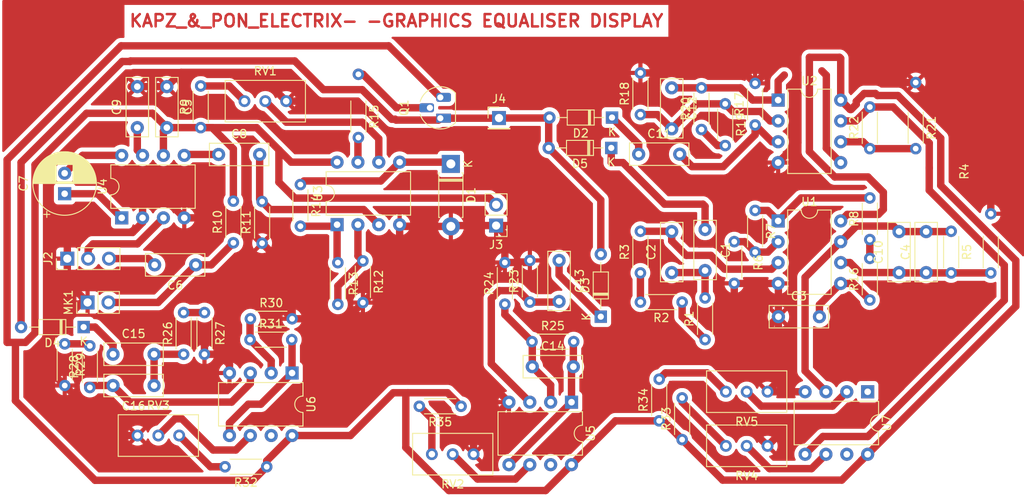
<source format=kicad_pcb>
(kicad_pcb (version 20211014) (generator pcbnew)
  (layers (0 "F.Cu" signal) (31 "B.Cu" signal) (34 "B.Paste" user) (35 "F.Paste" user) (36 "B.SilkS" user "B.Silkscreen") (37 "F.SilkS" user "F.Silkscreen") (38 "B.Mask" user) (39 "F.Mask" user) (44 "Edge.Cuts" user))
  (net 0 "")
  (net 1 "Net-(C1-Pad2)")
  (net 2 "Net-(C2-Pad2)")
  (net 3 "GND")
  (net 4 "Net-(C3-Pad2)")
  (net 5 "Net-(C1-Pad1)")
  (net 6 "Net-(C6-Pad1)")
  (net 7 "Net-(C6-Pad2)")
  (net 8 "Net-(C7-Pad1)")
  (net 9 "Net-(C7-Pad2)")
  (net 10 "Net-(C8-Pad1)")
  (net 11 "Net-(C8-Pad2)")
  (net 12 "Net-(D1-Pad1)")
  (net 13 "600-900Hz_Sig")
  (net 14 "Net-(C9-Pad1)")
  (net 15 "Net-(J2-Pad2)")
  (net 16 "Net-(Q1-Pad2)")
  (net 17 "VDD")
  (net 18 "Net-(R1-Pad1)")
  (net 19 "Net-(R2-Pad2)")
  (net 20 "Net-(R4-Pad1)")
  (net 21 "Net-(C11-Pad1)")
  (net 22 "Net-(R12-Pad1)")
  (net 23 "Net-(R13-Pad1)")
  (net 24 "Net-(R15-Pad2)")
  (net 25 "Net-(RV1-Pad2)")
  (net 26 "Net-(C11-Pad2)")
  (net 27 "Net-(C12-Pad1)")
  (net 28 "Net-(C12-Pad2)")
  (net 29 "Net-(C13-Pad1)")
  (net 30 "Net-(C13-Pad2)")
  (net 31 "Net-(C14-Pad1)")
  (net 32 "Net-(C14-Pad2)")
  (net 33 "Net-(C15-Pad1)")
  (net 34 "Net-(C15-Pad2)")
  (net 35 "Net-(C16-Pad2)")
  (net 36 "Raw_Sig")
  (net 37 "Net-(U1-Pad2)")
  (net 38 "Net-(U1-Pad1)")
  (net 39 "Net-(R16-Pad2)")
  (net 40 "Net-(R9-Pad2)")
  (net 41 "Net-(R19-Pad2)")
  (net 42 "Net-(R21-Pad2)")
  (net 43 "55-260Hz_Sig")
  (net 44 "Net-(R26-Pad2)")
  (net 45 "Net-(R28-Pad2)")
  (net 46 "Net-(R30-Pad1)")
  (net 47 "Net-(R31-Pad2)")
  (net 48 "Net-(R32-Pad2)")
  (net 49 "Net-(R33-Pad2)")
  (net 50 "Net-(R34-Pad2)")
  (net 51 "Net-(RV2-Pad1)")
  (net 52 "Net-(RV2-Pad2)")
  (net 53 "Net-(RV3-Pad2)")
  (net 54 "Net-(RV4-Pad2)")
  (net 55 "Net-(RV5-Pad2)")
  (net 56 "1.6-2.2Khz_LED")
  (net 57 "3Khz+_LED")
  (net 58 "600-900Hz_LED")
  (net 59 "Base_LED")
  (footprint "Potentiometer_THT:Potentiometer_Bourns_3296W_Vertical" (layer "F.Cu") (at 72.352 81.034)
    (fp_text reference "RV3")
    (fp_text value "R_Potentiometer")
  )
  (footprint "Package_DIP:DIP-8_W7.62mm" (layer "F.Cu") (at 91.58 55.33 90)
    (fp_text reference "U3")
    (fp_text value "LM358")
  )
  (footprint "Diode_THT:D_DO-41_SOD81_P7.62mm_Horizontal" (layer "F.Cu") (at 105.435 47.92 -90)
    (fp_text reference "D1")
    (fp_text value "DZ2S030X0L")
  )
  (footprint "Resistor_THT:R_Axial_DIN0204_L3.6mm_D1.6mm_P5.08mm_Horizontal" (layer "F.Cu") (at 128.524 61.214 90)
    (fp_text reference "R3")
    (fp_text value "470K")
  )
  (footprint "Resistor_THT:R_Axial_DIN0204_L3.6mm_D1.6mm_P5.08mm_Horizontal" (layer "F.Cu") (at 112.014 65.024 90)
    (fp_text reference "R24")
    (fp_text value "39K")
  )
  (footprint "Capacitor_THT:C_Disc_D7.0mm_W2.5mm_P5.00mm" (layer "F.Cu") (at 118.618 59.69 -90)
    (fp_text reference "C13")
    (fp_text value "331")
  )
  (footprint "Resistor_THT:R_Axial_DIN0204_L3.6mm_D1.6mm_P5.08mm_Horizontal" (layer "F.Cu") (at 106.68 77.47 180)
    (fp_text reference "R35")
    (fp_text value "1K")
  )
  (footprint "Resistor_THT:R_Axial_DIN0204_L3.6mm_D1.6mm_P5.08mm_Horizontal" (layer "F.Cu") (at 115.316 69.596)
    (fp_text reference "R25")
    (fp_text value "500K")
  )
  (footprint "Diode_THT:D_DO-34_SOD68_P7.62mm_Horizontal" (layer "F.Cu") (at 125.065 42.27 180)
    (fp_text reference "D2")
    (fp_text value "Sig zener")
  )
  (footprint "Resistor_THT:R_Axial_DIN0204_L3.6mm_D1.6mm_P5.08mm_Horizontal" (layer "F.Cu") (at 94.725 59.75 -90)
    (fp_text reference "R12")
    (fp_text value "10k")
  )
  (footprint "Resistor_THT:R_Axial_DIN0204_L3.6mm_D1.6mm_P5.08mm_Horizontal" (layer "F.Cu") (at 135.96 43.73 90)
    (fp_text reference "R20")
    (fp_text value "680K")
  )
  (footprint "Capacitor_THT:C_Disc_D7.0mm_W2.5mm_P5.00mm" (layer "F.Cu") (at 64.294 71.128)
    (fp_text reference "C15")
    (fp_text value "681")
  )
  (footprint "Resistor_THT:R_Axial_DIN0204_L3.6mm_D1.6mm_P5.08mm_Horizontal" (layer "F.Cu") (at 130.81 79.248 90)
    (fp_text reference "R34")
    (fp_text value "820")
  )
  (footprint "Connector_PinHeader_2.54mm:PinHeader_1x02_P2.54mm_Vertical" (layer "F.Cu") (at 110.95 55.44 180)
    (fp_text reference "J3")
    (fp_text value "PWR")
  )
  (footprint "Potentiometer_THT:Potentiometer_Bourns_3296W_Vertical" (layer "F.Cu") (at 138.928 82.296 180)
    (fp_text reference "RV4")
    (fp_text value "R_Potentiometer")
  )
  (footprint "Resistor_THT:R_Axial_DIN0204_L3.6mm_D1.6mm_P5.08mm_Horizontal" (layer "F.Cu") (at 142.494 43.18 90)
    (fp_text reference "R17")
    (fp_text value "12K")
  )
  (footprint "Resistor_THT:R_Axial_DIN0204_L3.6mm_D1.6mm_P5.08mm_Horizontal" (layer "F.Cu") (at 138.85 40.6 -90)
    (fp_text reference "R19")
    (fp_text value "220K")
  )
  (footprint "Diode_THT:D_DO-34_SOD68_P7.62mm_Horizontal" (layer "F.Cu") (at 60.711 67.818 180)
    (fp_text reference "D4")
    (fp_text value "Sig_")
  )
  (footprint "Package_DIP:DIP-8_W7.62mm" (layer "F.Cu") (at 156.2 75.702 -90)
    (fp_text reference "U7")
    (fp_text value "LM358")
  )
  (footprint "Connector_PinHeader_2.54mm:PinHeader_1x03_P2.54mm_Vertical" (layer "F.Cu") (at 58.725 59.47 90)
    (fp_text reference "J2")
    (fp_text value "pick-up_level_pot")
  )
  (footprint "Resistor_THT:R_Axial_DIN0204_L3.6mm_D1.6mm_P5.08mm_Horizontal" (layer "F.Cu") (at 78.95 57.54 90)
    (fp_text reference "R10")
    (fp_text value "10K")
  )
  (footprint "Resistor_THT:R_Axial_DIN0204_L3.6mm_D1.6mm_P5.08mm_Horizontal" (layer "F.Cu") (at 139.954 57.404 -90)
    (fp_text reference "R6")
    (fp_text value "10K")
  )
  (footprint "Resistor_THT:R_Axial_DIN0204_L3.6mm_D1.6mm_P5.08mm_Horizontal" (layer "F.Cu") (at 81.026 66.802)
    (fp_text reference "R30")
    (fp_text value "10K")
  )
  (footprint "Connector_PinHeader_2.54mm:PinHeader_1x02_P2.54mm_Vertical" (layer "F.Cu") (at 61.195 64.81 90)
    (fp_text reference "MK1")
    (fp_text value "Microphone_Condenser")
  )
  (footprint "Capacitor_THT:C_Disc_D7.0mm_W2.5mm_P5.00mm" (layer "F.Cu") (at 74.36 60.23 180)
    (fp_text reference "C6")
    (fp_text value "102")
  )
  (footprint "Resistor_THT:R_Axial_DIN0204_L3.6mm_D1.6mm_P5.08mm_Horizontal" (layer "F.Cu") (at 156.464 64.516 90)
    (fp_text reference "R16")
    (fp_text value "68K")
  )
  (footprint "Resistor_THT:R_Axial_DIN0204_L3.6mm_D1.6mm_P5.08mm_Horizontal" (layer "F.Cu") (at 133.604 81.534 90)
    (fp_text reference "R33")
    (fp_text value "820")
  )
  (footprint "Capacitor_THT:C_Disc_D7.0mm_W2.5mm_P5.00mm" (layer "F.Cu") (at 70.85 38.5 -90)
    (fp_text reference "C5")
    (fp_text value "104")
  )
  (footprint "Capacitor_THT:C_Disc_D7.0mm_W2.5mm_P5.00mm" (layer "F.Cu") (at 145.328 66.548)
    (fp_text reference "C3")
    (fp_text value "331")
  )
  (footprint "Resistor_THT:R_Axial_DIN0204_L3.6mm_D1.6mm_P5.08mm_Horizontal" (layer "F.Cu") (at 61.468 75.184 90)
    (fp_text reference "R28")
    (fp_text value "5K")
  )
  (footprint "Package_DIP:DIP-8_W7.62mm" (layer "F.Cu") (at 86.096 73.416 -90)
    (fp_text reference "U6")
    (fp_text value "LM358")
  )
  (footprint "Capacitor_THT:C_Disc_D7.0mm_W2.5mm_P5.00mm" (layer "F.Cu") (at 163.322 61.174 90)
    (fp_text reference "C4")
    (fp_text value "33")
  )
  (footprint "Resistor_THT:R_Axial_DIN0204_L3.6mm_D1.6mm_P5.08mm_Horizontal" (layer "F.Cu") (at 91.675 59.96 -90)
    (fp_text reference "R13")
    (fp_text value "130K")
  )
  (footprint "Package_DIP:DIP-8_W7.62mm" (layer "F.Cu") (at 120.132 76.972 -90)
    (fp_text reference "U5")
    (fp_text value "LM358")
  )
  (footprint "Potentiometer_THT:Potentiometer_Bourns_3296W_Vertical" (layer "F.Cu") (at 138.928 75.692 180)
    (fp_text reference "RV5")
    (fp_text value "R_Potentiometer")
  )
  (footprint "Capacitor_THT:CP_Radial_D7.5mm_P2.50mm" (layer "F.Cu") (at 58.4 51.561394 90)
    (fp_text reference "C7")
    (fp_text value "10uF")
  )
  (footprint "Resistor_THT:R_Axial_DIN0204_L3.6mm_D1.6mm_P5.08mm_Horizontal" (layer "F.Cu") (at 83.01 84.844 180)
    (fp_text reference "R32")
    (fp_text value "1K")
  )
  (footprint "Resistor_THT:R_Axial_DIN0204_L3.6mm_D1.6mm_P5.08mm_Horizontal" (layer "F.Cu") (at 80.978 69.35)
    (fp_text reference "R31")
    (fp_text value "220K")
  )
  (footprint "Resistor_THT:R_Axial_DIN0204_L3.6mm_D1.6mm_P5.08mm_Horizontal" (layer "F.Cu") (at 156.464 46.064 90)
    (fp_text reference "R22")
    (fp_text value "150K")
  )
  (footprint "Resistor_THT:R_Axial_DIN0204_L3.6mm_D1.6mm_P5.08mm_Horizontal" (layer "F.Cu") (at 142.494 53.594 -90)
    (fp_text reference "R7")
    (fp_text value "1M")
  )
  (footprint "Resistor_THT:R_Axial_DIN0204_L3.6mm_D1.6mm_P5.08mm_Horizontal" (layer "F.Cu") (at 128.524 41.91 90)
    (fp_text reference "R18")
    (fp_text value "1K8")
  )
  (footprint "Capacitor_THT:C_Disc_D7.0mm_W2.5mm_P5.00mm" (layer "F.Cu") (at 160.02 61.174 90)
    (fp_text reference "C10")
    (fp_text value "221")
  )
  (footprint "Resistor_THT:R_Axial_DIN0204_L3.6mm_D1.6mm_P5.08mm_Horizontal" (layer "F.Cu") (at 82.45 57.59 90)
    (fp_text reference "R11")
    (fp_text value "1M3")
  )
  (footprint "Resistor_THT:R_Axial_DIN0204_L3.6mm_D1.6mm_P5.08mm_Horizontal" (layer "F.Cu") (at 166.37 56.134 -90)
    (fp_text reference "R5")
    (fp_text value "680K")
  )
  (footprint "Capacitor_THT:C_Disc_D7.0mm_W2.5mm_P5.00mm" (layer "F.Cu") (at 128.31 46.736)
    (fp_text reference "C11")
    (fp_text value "224")
  )
  (footprint "Capacitor_THT:C_Disc_D7.0mm_W2.5mm_P5.00mm" (layer "F.Cu") (at 132.334 61.174 90)
    (fp_text reference "C2")
    (fp_text value "561")
  )
  (footprint "Diode_THT:D_DO-34_SOD68_P7.62mm_Horizontal" (layer "F.Cu") (at 124.973 45.974 180)
    (fp_text reference "D5")
    (fp_text value "Sig_")
  )
  (footprint "Diode_THT:D_DO-34_SOD68_P7.62mm_Horizontal" (layer "F.Cu") (at 123.698 66.548 90)
    (fp_text reference "D3")
    (fp_text value "Sig-")
  )
  (footprint "Resistor_THT:R_Axial_DIN0204_L3.6mm_D1.6mm_P5.08mm_Horizontal" (layer "F.Cu") (at 75.43 66.048 -90)
    (fp_text reference "R27")
    (fp_text value "10K")
  )
  (footprint "Capacitor_THT:C_Disc_D7.0mm_W2.5mm_P5.00mm" (layer "F.Cu") (at 115.356 72.644)
    (fp_text reference "C14")
    (fp_text value "151")
  )
  (footprint "Resistor_THT:R_Axial_DIN0204_L3.6mm_D1.6mm_P5.08mm_Horizontal" (layer "F.Cu") (at 133.604 64.77 180)
    (fp_text reference "R2")
    (fp_text value "220K")
  )
  (footprint "Resistor_THT:R_Axial_DIN0204_L3.6mm_D1.6mm_P5.08mm_Horizontal" (layer "F.Cu") (at 115.062 64.77 90)
    (fp_text reference "R23")
    (fp_text value "3M")
  )
  (footprint "Resistor_THT:R_Axial_DIN0204_L3.6mm_D1.6mm_P5.08mm_Horizontal" (layer "F.Cu") (at 74.97 43.5 90)
    (fp_text reference "R9")
    (fp_text value "1K")
  )
  (footprint "Resistor_THT:R_Axial_DIN0204_L3.6mm_D1.6mm_P5.08mm_Horizontal" (layer "F.Cu") (at 136.398 69.342 90)
    (fp_text reference "R1")
    (fp_text value "47K")
  )
  (footprint "Connector_PinHeader_2.54mm:PinHeader_1x01_P2.54mm_Vertical" (layer "F.Cu") (at 111.3 42.33)
    (fp_text reference "J4")
    (fp_text value "Raw_Sig")
  )
  (footprint "Resistor_THT:R_Axial_DIN0204_L3.6mm_D1.6mm_P5.08mm_Horizontal" (layer "F.Cu") (at 94.175 39.624 -90)
    (fp_text reference "R15")
    (fp_text value "39K")
  )
  (footprint "Resistor_THT:R_Axial_DIN0204_L3.6mm_D1.6mm_P5.08mm_Horizontal" (layer "F.Cu") (at 87.115 50.44 -90)
    (fp_text reference "R14")
    (fp_text value "520")
  )
  (footprint "Package_TO_SOT_THT:TO-92_HandSolder" (layer "F.Cu") (at 104.155 42.35 90)
    (fp_text reference "Q1")
    (fp_text value "Q_NPN_EBC")
  )
  (footprint "Capacitor_THT:C_Disc_D7.0mm_W2.5mm_P5.00mm" (layer "F.Cu") (at 69.294 74.938 180)
    (fp_text reference "C16")
    (fp_text value "103")
  )
  (footprint "Capacitor_THT:C_Disc_D7.0mm_W2.5mm_P5.00mm" (layer "F.Cu") (at 132.334 38.648 -90)
    (fp_text reference "C12")
    (fp_text value "681")
  )
  (footprint "Capacitor_THT:C_Disc_D7.0mm_W2.5mm_P5.00mm" (layer "F.Cu") (at 67.25 43.5 90)
    (fp_text reference "C9")
    (fp_text value "104")
  )
  (footprint "Package_DIP:DIP-8_W7.62mm" (layer "F.Cu") (at 145.298 54.874)
    (fp_text reference "U1")
    (fp_text value "LM358")
  )
  (footprint "Resistor_THT:R_Axial_DIN0204_L3.6mm_D1.6mm_P5.08mm_Horizontal" (layer "F.Cu") (at 156.464 57.15 90)
    (fp_text reference "R8")
    (fp_text value "470K")
  )
  (footprint "Resistor_THT:R_Axial_DIN0204_L3.6mm_D1.6mm_P5.08mm_Horizontal" (layer "F.Cu") (at 72.89 71.128 90)
    (fp_text reference "R26")
    (fp_text value "68K")
  )
  (footprint "Resistor_THT:R_Axial_DIN0204_L3.6mm_D1.6mm_P5.08mm_Horizontal" (layer "F.Cu") (at 58.412 69.858 -90)
    (fp_text reference "R29")
    (fp_text value "200")
  )
  (footprint "Package_DIP:DIP-8_W7.62mm" (layer "F.Cu") (at 145.298 40.142)
    (fp_text reference "U2")
    (fp_text value "LM358")
  )
  (footprint "Potentiometer_THT:Potentiometer_Bourns_3296W_Vertical" (layer "F.Cu") (at 85.38 40.27)
    (fp_text reference "RV1")
    (fp_text value "R_Potentiometer_Trim")
  )
  (footprint "Capacitor_THT:C_Disc_D7.0mm_W2.5mm_P5.00mm" (layer "F.Cu") (at 136.398 55.92 -90)
    (fp_text reference "C1")
    (fp_text value "102")
  )
  (footprint "Package_DIP:DIP-8_W7.62mm" (layer "F.Cu") (at 65.35 54.5 90)
    (fp_text reference "U4")
    (fp_text value "LM386")
  )
  (footprint "Resistor_THT:R_Axial_DIN0204_L3.6mm_D1.6mm_P5.08mm_Horizontal" (layer "F.Cu") (at 162.052 40.984 -90)
    (fp_text reference "R21")
    (fp_text value "27K")
  )
  (footprint "Capacitor_THT:C_Disc_D7.0mm_W2.5mm_P5.00mm" (layer "F.Cu") (at 77.15 46.77)
    (fp_text reference "C8")
    (fp_text value "471")
  )
  (footprint "Resistor_THT:R_Axial_DIN0204_L3.6mm_D1.6mm_P5.08mm_Horizontal" (layer "F.Cu") (at 171.196 61.214 90)
    (fp_text reference "R4")
    (fp_text value "270K")
  )
  (footprint "Potentiometer_THT:Potentiometer_Bourns_3296W_Vertical" (layer "F.Cu") (at 103.124 83.312 180)
    (fp_text reference "RV2")
    (fp_text value "R_Potentiometer")
  )
  (gr_text "KAPZ_&_PON_ELECTRIX- -GRAPHICS EQUALISER DISPLAY" (at 98.806 30.48) (layer "F.Cu") (effects (font (size 1.5 1.5) (thickness 0.3))))
  (segment (start 136.144 61.174) (end 136.398 60.92) (width 0.9) (layer "F.Cu") (net 1))
  (segment (start 136.398 64.262) (end 136.398 60.92) (width 0.9) (layer "F.Cu") (net 1))
  (segment (start 132.334 61.174) (end 136.144 61.174) (width 0.9) (layer "F.Cu") (net 1))
  (segment (start 128.524 56.134) (end 132.294 56.134) (width 0.9) (layer "F.Cu") (net 2))
  (segment (start 132.334 56.174) (end 132.334 57.30537) (width 0.9) (layer "F.Cu") (net 2))
  (segment (start 132.334 57.30537) (end 134.097652 59.069022) (width 0.9) (layer "F.Cu") (net 2))
  (segment (start 132.294 56.134) (end 132.334 56.174) (width 0.9) (layer "F.Cu") (net 2))
  (segment (start 134.097652 59.069022) (end 137.099814 59.069022) (width 0.9) (layer "F.Cu") (net 2))
  (segment (start 137.099814 59.069022) (end 138.784791 60.753999) (width 0.9) (layer "F.Cu") (net 2))
  (segment (start 138.784791 60.753999) (end 144.498001 60.753999) (width 0.9) (layer "F.Cu") (net 2))
  (segment (start 144.498001 60.753999) (end 145.298 59.954) (width 0.9) (layer "F.Cu") (net 2))
  (segment (start 144.008 82.296) (end 146.548 79.756) (width 0.9) (layer "F.Cu") (net 3))
  (segment (start 132.412749 70.991511) (end 122.936 61.514762) (width 0.9) (layer "F.Cu") (net 3))
  (segment (start 171.196 47.144) (end 171.196 54) (width 0.9) (layer "F.Cu") (net 3))
  (segment (start 92.753 66.802) (end 86.106 66.802) (width 0.9) (layer "F.Cu") (net 3))
  (segment (start 147.703511 45.356489) (end 145.298 47.762) (width 0.9) (layer "F.Cu") (net 3))
  (segment (start 94.052967 40.27) (end 99.653456 45.870489) (width 0.9) (layer "F.Cu") (net 3))
  (segment (start 107.272672 45.870489) (end 116.842183 55.44) (width 0.9) (layer "F.Cu") (net 3))
  (segment (start 162.052 38) (end 171.196 47.144) (width 0.9) (layer "F.Cu") (net 3))
  (segment (start 99.653456 45.870489) (end 107.272672 45.870489) (width 0.9) (layer "F.Cu") (net 3))
  (segment (start 68.099511 52.750489) (end 71.220489 52.750489) (width 0.9) (layer "F.Cu") (net 3))
  (segment (start 112.014 59.944) (end 112.014 56.504) (width 0.9) (layer "F.Cu") (net 3))
  (segment (start 139.954 68.118762) (end 137.081251 70.991511) (width 0.9) (layer "F.Cu") (net 3))
  (segment (start 105.435 55.54) (end 99.41 55.54) (width 0.9) (layer "F.Cu") (net 3))
  (segment (start 58.725 57.72) (end 58.725 59.47) (width 0.9) (layer "F.Cu") (net 3))
  (segment (start 78.476 72.38) (end 77.224 71.128) (width 0.9) (layer "F.Cu") (net 3))
  (segment (start 78.476 73.416) (end 78.476 72.38) (width 0.9) (layer "F.Cu") (net 3))
  (segment (start 108.204 83.312) (end 108.204 81.28) (width 0.9) (layer "F.Cu") (net 3))
  (segment (start 132.506273 74.804489) (end 131.493251 75.817511) (width 0.9) (layer "F.Cu") (net 3))
  (segment (start 137.081251 70.991511) (end 132.412749 70.991511) (width 0.9) (layer "F.Cu") (net 3))
  (segment (start 134.287251 74.804489) (end 132.506273 74.804489) (width 0.9) (layer "F.Cu") (net 3))
  (segment (start 130.126749 75.817511) (end 128.016 73.706762) (width 0.9) (layer "F.Cu") (net 3))
  (segment (start 141.224 36.83) (end 128.524 36.83) (width 0.9) (layer "F.Cu") (net 3))
  (segment (start 56.134 69.157681) (end 56.134 72.66) (width 0.9) (layer "F.Cu") (net 3))
  (segment (start 148.58 75.702) (end 144.018 75.702) (width 0.9) (layer "F.Cu") (net 3))
  (segment (start 145.328 62.524) (end 145.298 62.494) (width 0.9) (layer "F.Cu") (net 3))
  (segment (start 160.274 75.127022) (end 154.742978 69.596) (width 0.9) (layer "F.Cu") (net 3))
  (segment (start 110.95 55.44) (end 105.535 55.44) (width 0.9) (layer "F.Cu") (net 3))
  (segment (start 83.566 64.262) (end 81.233238 64.262) (width 0.9) (layer "F.Cu") (net 3))
  (segment (start 142.494 38.1) (end 141.224 36.83) (width 0.9) (layer "F.Cu") (net 3))
  (segment (start 75.43 70.065238) (end 75.43 71.128) (width 0.9) (layer "F.Cu") (net 3))
  (segment (start 154.432 33.528) (end 147.828 33.528) (width 0.9) (layer "F.Cu") (net 3))
  (segment (start 122.108183 60.706) (end 116.842183 55.44) (width 0.9) (layer "F.Cu") (net 3))
  (segment (start 122.936 60.706) (end 122.108183 60.706) (width 0.9) (layer "F.Cu") (net 3))
  (segment (start 142.338489 80.626489) (end 140.109251 80.626489) (width 0.9) (layer "F.Cu") (net 3))
  (segment (start 67.89 54.5) (end 67.89 52.96) (width 0.9) (layer "F.Cu") (net 3))
  (segment (start 64.508 81.034) (end 67.272 81.034) (width 0.9) (layer "F.Cu") (net 3))
  (segment (start 142.494 38.1) (end 144.909511 35.684489) (width 0.9) (layer "F.Cu") (net 3))
  (segment (start 112.014 59.944) (end 114.808 59.944) (width 0.9) (layer "F.Cu") (net 3))
  (segment (start 145.328 74.372) (end 144.008 75.692) (width 0.9) (layer "F.Cu") (net 3))
  (segment (start 112.512 76.972) (end 108.964978 73.424978) (width 0.9) (layer "F.Cu") (net 3))
  (segment (start 77.224 71.128) (end 75.43 71.128) (width 0.9) (layer "F.Cu") (net 3))
  (segment (start 112.014 56.504) (end 110.95 55.44) (width 0.9) (layer "F.Cu") (net 3))
  (segment (start 129.717297 72.005465) (end 139.870535 72.005465) (width 0.9) (layer "F.Cu") (net 3))
  (segment (start 61.195 64.81) (end 60.481681 64.81) (width 0.9) (layer "F.Cu") (net 3))
  (segment (start 58.725 62.34) (end 61.195 64.81) (width 0.9) (layer "F.Cu") (net 3))
  (segment (start 82.45 57.59) (end 86.106 61.246) (width 0.9) (layer "F.Cu") (net 3))
  (segment (start 105.535 55.44) (end 105.435 55.54) (width 0.9) (layer "F.Cu") (net 3))
  (segment (start 66.487211 38.5) (end 67.25 38.5) (width 0.9) (layer "F.Cu") (net 3))
  (segment (start 145.671511 35.684489) (end 146.629696 35.684489) (width 0.9) (layer "F.Cu") (net 3))
  (segment (start 155.645022 79.756) (end 160.274 75.127022) (width 0.9) (layer "F.Cu") (net 3))
  (segment (start 60.174022 56.270978) (end 58.725 57.72) (width 0.9) (layer "F.Cu") (net 3))
  (segment (start 114.808 59.944) (end 115.062 59.69) (width 0.9) (layer "F.Cu") (net 3))
  (segment (start 58.725 59.47) (end 58.725 62.34) (width 0.9) (layer "F.Cu") (net 3))
  (segment (start 85.38 40.27) (end 94.052967 40.27) (width 0.9) (layer "F.Cu") (net 3))
  (segment (start 67.89 52.96) (end 68.099511 52.750489) (width 0.9) (layer "F.Cu") (net 3))
  (segment (start 67.89 54.5) (end 67.89 55.060792) (width 0.9) (layer "F.Cu") (net 3))
  (segment (start 138.147511 54.912489) (end 138.147511 56.644672) (width 0.9) (layer "F.Cu") (net 3))
  (segment (start 139.954 62.484) (end 139.954 68.118762) (width 0.9) (layer "F.Cu") (net 3))
  (segment (start 144.018 75.702) (end 144.008 75.692) (width 0.9) (layer "F.Cu") (net 3))
  (segment (start 108.964978 62.993022) (end 112.014 59.944) (width 0.9) (layer "F.Cu") (net 3))
  (segment (start 137.122672 57.669511) (end 135.673328 57.669511) (width 0.9) (layer "F.Cu") (net 3))
  (segment (start 94.725 64.83) (end 92.753 66.802) (width 0.9) (layer "F.Cu") (net 3))
  (segment (start 138.147511 56.644672) (end 137.122672 57.669511) (width 0.9) (layer "F.Cu") (net 3))
  (segment (start 146.629696 35.684489) (end 147.703511 36.758304) (width 0.9) (layer "F.Cu") (net 3))
  (segment (start 132.990183 54.356) (end 127.969238 54.356) (width 0.9) (layer "F.Cu") (net 3))
  (segment (start 108.964978 73.424978) (end 108.964978 62.993022) (width 0.9) (layer "F.Cu") (net 3))
  (segment (start 127.969238 54.356) (end 125.397511 56.927727) (width 0.9) (layer "F.Cu") (net 3))
  (segment (start 139.964 62.494) (end 139.954 62.484) (width 0.9) (layer "F.Cu") (net 3))
  (segment (start 79.36 54.5) (end 72.97 54.5) (width 0.9) (layer "F.Cu") (net 3))
  (segment (start 139.870535 72.005465) (end 145.328 66.548) (width 0.9) (layer "F.Cu") (net 3))
  (segment (start 147.828 33.528) (end 145.671511 35.684489) (width 0.9) (layer "F.Cu") (net 3))
  (segment (start 131.493251 75.817511) (end 130.126749 75.817511) (width 0.9) (layer "F.Cu") (net 3))
  (segment (start 147.703511 36.758304) (end 147.703511 45.356489) (width 0.9) (layer "F.Cu") (net 3))
  (segment (start 81.233238 64.262) (end 75.43 70.065238) (width 0.9) (layer "F.Cu") (net 3))
  (segment (start 67.25 38.5) (end 70.85 38.5) (width 0.9) (layer "F.Cu") (net 3))
  (segment (start 162.052 38) (end 158.904 38) (width 0.9) (layer "F.Cu") (net 3))
  (segment (start 140.109251 80.626489) (end 134.287251 74.804489) (width 0.9) (layer "F.Cu") (net 3))
  (segment (start 60.481681 64.81) (end 56.134 69.157681) (width 0.9) (layer "F.Cu") (net 3))
  (segment (start 116.842183 55.44) (end 110.95 55.44) (width 0.9) (layer "F.Cu") (net 3))
  (segment (start 135.673328 57.669511) (end 134.366 56.362183) (width 0.9) (layer "F.Cu") (net 3))
  (segment (start 82.45 57.59) (end 79.36 54.5) (width 0.9) (layer "F.Cu") (net 3))
  (segment (start 145.328 66.548) (end 145.328 74.372) (width 0.9) (layer "F.Cu") (net 3))
  (segment (start 145.298 47.762) (end 138.147511 54.912489) (width 0.9) (layer "F.Cu") (net 3))
  (segment (start 86.106 61.246) (end 86.106 66.802) (width 0.9) (layer "F.Cu") (net 3))
  (segment (start 99.2 60.355) (end 99.2 55.33) (width 0.9) (layer "F.Cu") (net 3))
  (segment (start 125.397511 56.927727) (end 125.397511 59.631962) (width 0.9) (layer "F.Cu") (net 3))
  (segment (start 58.412 74.938) (end 64.508 81.034) (width 0.9) (layer "F.Cu") (net 3))
  (segment (start 85.38 40.27) (end 81.880489 36.770489) (width 0.9) (layer "F.Cu") (net 3))
  (segment (start 108.204 81.28) (end 112.512 76.972) (width 0.9) (layer "F.Cu") (net 3))
  (segment (start 128.016 73.706762) (end 129.717297 72.005465) (width 0.9) (layer "F.Cu") (net 3))
  (segment (start 144.008 82.296) (end 142.338489 80.626489) (width 0.9) (layer "F.Cu") (net 3))
  (segment (start 71.220489 52.750489) (end 72.97 54.5) (width 0.9) (layer "F.Cu") (net 3))
  (segment (start 86.106 66.802) (end 83.566 64.262) (width 0.9) (layer "F.Cu") (net 3))
  (segment (start 94.725 64.83) (end 99.2 60.355) (width 0.9) (layer "F.Cu") (net 3))
  (segment (start 125.397511 59.631962) (end 124.323473 60.706) (width 0.9) (layer "F.Cu") (net 3))
  (segment (start 72.579511 36.770489) (end 70.85 38.5) (width 0.9) (layer "F.Cu") (net 3))
  (segment (start 67.89 55.060792) (end 66.679814 56.270978) (width 0.9) (layer "F.Cu") (net 3))
  (segment (start 146.548 79.756) (end 155.645022 79.756) (width 0.9) (layer "F.Cu") (net 3))
  (segment (start 154.742978 69.596) (end 151.384 69.596) (width 0.9) (layer "F.Cu") (net 3))
  (segment (start 144.909511 35.684489) (end 145.671511 35.684489) (width 0.9) (layer "F.Cu") (net 3))
  (segment (start 99.41 55.54) (end 99.2 55.33) (width 0.9) (layer "F.Cu") (net 3))
  (segment (start 56.134 72.66) (end 58.412 74.938) (width 0.9) (layer "F.Cu") (net 3))
  (segment (start 81.880489 36.770489) (end 72.579511 36.770489) (width 0.9) (layer "F.Cu") (net 3))
  (segment (start 134.366 55.731817) (end 132.990183 54.356) (width 0.9) (layer "F.Cu") (net 3))
  (segment (start 134.366 56.362183) (end 134.366 55.731817) (width 0.9) (layer "F.Cu") (net 3))
  (segment (start 124.323473 60.706) (end 122.936 60.706) (width 0.9) (layer "F.Cu") (net 3))
  (segment (start 145.328 66.548) (end 145.328 62.524) (width 0.9) (layer "F.Cu") (net 3))
  (segment (start 158.904 38) (end 154.432 33.528) (width 0.9) (layer "F.Cu") (net 3))
  (segment (start 122.936 61.514762) (end 122.936 60.706) (width 0.9) (layer "F.Cu") (net 3))
  (segment (start 145.298 62.494) (end 139.964 62.494) (width 0.9) (layer "F.Cu") (net 3))
  (segment (start 66.679814 56.270978) (end 60.174022 56.270978) (width 0.9) (layer "F.Cu") (net 3))
  (segment (start 152.918 62.494) (end 154.442 62.494) (width 0.9) (layer "F.Cu") (net 4))
  (segment (start 150.328 65.084) (end 152.918 62.494) (width 0.9) (layer "F.Cu") (net 4))
  (segment (start 150.328 66.548) (end 150.328 65.084) (width 0.9) (layer "F.Cu") (net 4))
  (segment (start 154.442 62.494) (end 156.464 64.516) (width 0.9) (layer "F.Cu") (net 4))
  (segment (start 136.398 53.086) (end 136.398 55.92) (width 0.9) (layer "F.Cu") (net 5))
  (segment (start 124.973 47.757) (end 126.391183 47.757) (width 0.9) (layer "F.Cu") (net 5))
  (segment (start 124.973 45.974) (end 124.973 47.757) (width 0.9) (layer "F.Cu") (net 5))
  (segment (start 126.391183 47.757) (end 131.466183 52.832) (width 0.9) (layer "F.Cu") (net 5))
  (segment (start 131.466183 52.832) (end 136.144 52.832) (width 0.9) (layer "F.Cu") (net 5))
  (segment (start 136.144 52.832) (end 136.398 53.086) (width 0.9) (layer "F.Cu") (net 5))
  (segment (start 76.26 60.23) (end 78.95 57.54) (width 0.9) (layer "F.Cu") (net 6))
  (segment (start 74.36 60.23) (end 76.26 60.23) (width 0.9) (layer "F.Cu") (net 6))
  (segment (start 63.735 64.81) (end 69.78 64.81) (width 0.9) (layer "F.Cu") (net 6))
  (segment (start 69.78 64.81) (end 74.36 60.23) (width 0.9) (layer "F.Cu") (net 6))
  (segment (start 68.6 59.47) (end 69.36 60.23) (width 0.9) (layer "F.Cu") (net 7))
  (segment (start 63.805 59.47) (end 68.6 59.47) (width 0.9) (layer "F.Cu") (net 7))
  (segment (start 58.4 51.561394) (end 62.411394 51.561394) (width 0.9) (layer "F.Cu") (net 8))
  (segment (start 62.411394 51.561394) (end 65.35 54.5) (width 0.9) (layer "F.Cu") (net 8))
  (segment (start 65.35 46.88) (end 60.581394 46.88) (width 0.9) (layer "F.Cu") (net 9))
  (segment (start 60.581394 46.88) (end 58.4 49.061394) (width 0.9) (layer "F.Cu") (net 9))
  (segment (start 77.15 46.77) (end 73.08 46.77) (width 0.9) (layer "F.Cu") (net 10))
  (segment (start 73.08 46.77) (end 72.97 46.88) (width 0.9) (layer "F.Cu") (net 10))
  (segment (start 82.15 46.77) (end 82.15 52.21) (width 0.9) (layer "F.Cu") (net 11))
  (segment (start 94.819022 53.489022) (end 83.429022 53.489022) (width 0.9) (layer "F.Cu") (net 11))
  (segment (start 83.429022 53.489022) (end 82.45 52.51) (width 0.9) (layer "F.Cu") (net 11))
  (segment (start 82.15 52.21) (end 82.45 52.51) (width 0.9) (layer "F.Cu") (net 11))
  (segment (start 96.66 55.33) (end 94.819022 53.489022) (width 0.9) (layer "F.Cu") (net 11))
  (segment (start 87.554511 50.000489) (end 87.115 50.44) (width 0.9) (layer "F.Cu") (net 12))
  (segment (start 105.225 47.71) (end 105.435 47.92) (width 0.9) (layer "F.Cu") (net 12))
  (segment (start 99.2 47.71) (end 105.225 47.71) (width 0.9) (layer "F.Cu") (net 12))
  (segment (start 96.909511 50.000489) (end 87.554511 50.000489) (width 0.9) (layer "F.Cu") (net 12))
  (segment (start 99.2 47.71) (end 96.909511 50.000489) (width 0.9) (layer "F.Cu") (net 12))
  (segment (start 148.578489 73.160489) (end 148.578489 61.753511) (width 0.9) (layer "F.Cu") (net 13))
  (segment (start 160.02 56.174) (end 166.33 56.174) (width 0.9) (layer "F.Cu") (net 13))
  (segment (start 148.578489 61.753511) (end 152.918 57.414) (width 0.9) (layer "F.Cu") (net 13))
  (segment (start 151.12 75.702) (end 148.578489 73.160489) (width 0.9) (layer "F.Cu") (net 13))
  (segment (start 152.918 57.414) (end 154.831511 55.500489) (width 0.9) (layer "F.Cu") (net 13))
  (segment (start 166.33 56.174) (end 166.37 56.134) (width 0.9) (layer "F.Cu") (net 13))
  (segment (start 159.346489 55.500489) (end 160.02 56.174) (width 0.9) (layer "F.Cu") (net 13))
  (segment (start 154.831511 55.500489) (end 159.346489 55.500489) (width 0.9) (layer "F.Cu") (net 13))
  (segment (start 67.25 43.5) (end 67.25 46.24) (width 0.9) (layer "F.Cu") (net 14))
  (segment (start 67.25 46.24) (end 67.89 46.88) (width 0.9) (layer "F.Cu") (net 14))
  (segment (start 61.265 58.267919) (end 61.86243 57.670489) (width 0.9) (layer "F.Cu") (net 15))
  (segment (start 61.265 59.47) (end 61.265 58.267919) (width 0.9) (layer "F.Cu") (net 15))
  (segment (start 61.86243 57.670489) (end 67.259511 57.670489) (width 0.9) (layer "F.Cu") (net 15))
  (segment (start 67.259511 57.670489) (end 70.43 54.5) (width 0.9) (layer "F.Cu") (net 15))
  (segment (start 98.821383 41.08) (end 94.741383 37) (width 0.9) (layer "F.Cu") (net 16))
  (segment (start 94.741383 37) (end 94.175 37) (width 0.9) (layer "F.Cu") (net 16))
  (segment (start 102.885 41.08) (end 98.821383 41.08) (width 0.9) (layer "F.Cu") (net 16))
  (segment (start 138.541022 86.471022) (end 153.050978 86.471022) (width 0.9) (layer "F.Cu") (net 17))
  (segment (start 174.245031 59.697049) (end 174.245031 65.276969) (width 0.9) (layer "F.Cu") (net 17))
  (segment (start 100.201511 75.820489) (end 98.423511 75.820489) (width 0.9) (layer "F.Cu") (net 17))
  (segment (start 106.68 77.47) (end 105.030489 75.820489) (width 0.9) (layer "F.Cu") (net 17))
  (segment (start 156.238273 49.511511) (end 152.193328 49.511511) (width 0.9) (layer "F.Cu") (net 17))
  (segment (start 133.096 81.026) (end 133.604 81.534) (width 0.9) (layer "F.Cu") (net 17))
  (segment (start 76.354183 43.5) (end 78.95 46.095817) (width 0.9) (layer "F.Cu") (net 17))
  (segment (start 116.982978 87.741022) (end 105.191976 87.741022) (width 0.9) (layer "F.Cu") (net 17))
  (segment (start 105.191976 87.741022) (end 99.950489 82.499535) (width 0.9) (layer "F.Cu") (net 17))
  (segment (start 153.717999 54.074001) (end 157.507999 54.074001) (width 0.9) (layer "F.Cu") (net 17))
  (segment (start 158.113511 51.386749) (end 156.238273 49.511511) (width 0.9) (layer "F.Cu") (net 17))
  (segment (start 97.873 33.528) (end 65.278 33.528) (width 0.9) (layer "F.Cu") (net 17))
  (segment (start 81.360489 86.493511) (end 62.109511 86.493511) (width 0.9) (layer "F.Cu") (net 17))
  (segment (start 152.918 40.142) (end 154.05848 41.28248) (width 0.9) (layer "F.Cu") (net 17))
  (segment (start 158.113511 53.468489) (end 158.113511 51.386749) (width 0.9) (layer "F.Cu") (net 17))
  (segment (start 62.109511 86.493511) (end 52.407489 76.791489) (width 0.9) (layer "F.Cu") (net 17))
  (segment (start 105.030489 75.820489) (end 100.201511 75.820489) (width 0.9) (layer "F.Cu") (net 17))
  (segment (start 154.05848 41.28248) (end 154.1863 41.28248) (width 0.9) (layer "F.Cu") (net 17))
  (segment (start 99.950489 82.499535) (end 99.950489 76.071511) (width 0.9) (layer "F.Cu") (net 17))
  (segment (start 53.632984 69.679489) (end 54.790511 68.521962) (width 0.9) (layer "F.Cu") (net 17))
  (segment (start 104.155 39.81) (end 97.873 33.528) (width 0.9) (layer "F.Cu") (net 17))
  (segment (start 130.81 79.248) (end 125.476 79.248) (width 0.9) (layer "F.Cu") (net 17))
  (segment (start 98.423511 75.820489) (end 93.208 81.036) (width 0.9) (layer "F.Cu") (net 17))
  (segment (start 159.884462 39.58448) (end 165.101031 44.801049) (width 0.9) (layer "F.Cu") (net 17))
  (segment (start 153.050978 86.471022) (end 155.448 84.074) (width 0.9) (layer "F.Cu") (net 17))
  (segment (start 51.391489 69.679489) (end 52.407489 69.679489) (width 0.9) (layer "F.Cu") (net 17))
  (segment (start 130.81 79.248) (end 131.318 79.248) (width 0.9) (layer "F.Cu") (net 17))
  (segment (start 149.103022 34.927511) (end 152.783511 34.927511) (width 0.9) (layer "F.Cu") (net 17))
  (segment (start 154.1863 41.28248) (end 154.814489 40.654291) (width 0.9) (layer "F.Cu") (net 17))
  (segment (start 54.790511 48.026697) (end 61.066719 41.750489) (width 0.9) (layer "F.Cu") (net 17))
  (segment (start 131.318 79.248) (end 133.096 81.026) (width 0.9) (layer "F.Cu") (net 17))
  (segment (start 84.495 50.152762) (end 84.495 46.215) (width 0.9) (layer "F.Cu") (net 17))
  (segment (start 125.476 79.248) (end 120.132 84.592) (width 0.9) (layer "F.Cu") (net 17))
  (segment (start 152.783511 34.927511) (end 152.918 35.062) (width 0.9) (layer "F.Cu") (net 17))
  (segment (start 154.814489 40.300749) (end 155.780749 39.334489) (width 0.9) (layer "F.Cu") (net 17))
  (segment (start 70.43 46.88) (end 70.43 43.92) (width 0.9) (layer "F.Cu") (net 17))
  (segment (start 85.99 47.71) (end 84.495 46.215) (width 0.9) (layer "F.Cu") (net 17))
  (segment (start 86.431749 52.089511) (end 84.495 50.152762) (width 0.9) (layer "F.Cu") (net 17))
  (segment (start 133.096 81.026) (end 138.541022 86.471022) (width 0.9) (layer "F.Cu") (net 17))
  (segment (start 93.208 81.036) (end 86.096 81.036) (width 0.9) (layer "F.Cu") (net 17))
  (segment (start 83.01 84.122) (end 86.096 81.036) (width 0.9) (layer "F.Cu") (net 17))
  (segment (start 149.103022 46.421205) (end 149.103022 34.927511) (width 0.9) (layer "F.Cu") (net 17))
  (segment (start 120.132 84.592) (end 116.982978 87.741022) (width 0.9) (layer "F.Cu") (net 17))
  (segment (start 61.066719 41.750489) (end 69.100489 41.750489) (width 0.9) (layer "F.Cu") (net 17))
  (segment (start 155.780749 39.334489) (end 157.147251 39.334489) (width 0.9) (layer "F.Cu") (net 17))
  (segment (start 52.407489 69.679489) (end 53.632984 69.679489) (width 0.9) (layer "F.Cu") (net 17))
  (segment (start 152.918 35.062) (end 152.918 40.142) (width 0.9) (layer "F.Cu") (net 17))
  (segment (start 165.101031 44.801049) (end 165.101031 50.553049) (width 0.9) (layer "F.Cu") (net 17))
  (segment (start 110.139511 52.089511) (end 86.431749 52.089511) (width 0.9) (layer "F.Cu") (net 17))
  (segment (start 157.397242 39.58448) (end 159.884462 39.58448) (width 0.9) (layer "F.Cu") (net 17))
  (segment (start 78.95 46.095817) (end 78.95 52.46) (width 0.9) (layer "F.Cu") (net 17))
  (segment (start 74.97 43.5) (end 70.85 43.5) (width 0.9) (layer "F.Cu") (net 17))
  (segment (start 91.58 47.71) (end 85.99 47.71) (width 0.9) (layer "F.Cu") (net 17))
  (segment (start 99.950489 76.071511) (end 100.201511 75.820489) (width 0.9) (layer "F.Cu") (net 17))
  (segment (start 165.101031 50.553049) (end 174.245031 59.697049) (width 0.9) (layer "F.Cu") (net 17))
  (segment (start 54.790511 68.521962) (end 54.790511 48.026697) (width 0.9) (layer "F.Cu") (net 17))
  (segment (start 157.147251 39.334489) (end 157.397242 39.58448) (width 0.9) (layer "F.Cu") (net 17))
  (segment (start 154.814489 40.654291) (end 154.814489 40.300749) (width 0.9) (layer "F.Cu") (net 17))
  (segment (start 155.448 84.074) (end 156.2 83.322) (width 0.9) (layer "F.Cu") (net 17))
  (segment (start 110.95 52.9) (end 110.139511 52.089511) (width 0.9) (layer "F.Cu") (net 17))
  (segment (start 174.245031 65.276969) (end 155.448 84.074) (width 0.9) (layer "F.Cu") (net 17))
  (segment (start 70.43 43.92) (end 70.85 43.5) (width 0.9) (layer "F.Cu") (net 17))
  (segment (start 84.495 46.215) (end 81.78 43.5) (width 0.9) (layer "F.Cu") (net 17))
  (segment (start 52.407489 76.791489) (end 52.407489 69.679489) (width 0.9) (layer "F.Cu") (net 17))
  (segment (start 152.918 54.874) (end 153.717999 54.074001) (width 0.9) (layer "F.Cu") (net 17))
  (segment (start 51.391489 47.414511) (end 51.391489 69.679489) (width 0.9) (layer "F.Cu") (net 17))
  (segment (start 157.507999 54.074001) (end 158.113511 53.468489) (width 0.9) (layer "F.Cu") (net 17))
  (segment (start 152.193328 49.511511) (end 149.103022 46.421205) (width 0.9) (layer "F.Cu") (net 17))
  (segment (start 69.100489 41.750489) (end 70.85 43.5) (width 0.9) (layer "F.Cu") (net 17))
  (segment (start 83.01 84.844) (end 81.360489 86.493511) (width 0.9) (layer "F.Cu") (net 17))
  (segment (start 81.78 43.5) (end 74.97 43.5) (width 0.9) (layer "F.Cu") (net 17))
  (segment (start 83.01 84.844) (end 83.01 84.122) (width 0.9) (layer "F.Cu") (net 17))
  (segment (start 65.278 33.528) (end 51.391489 47.414511) (width 0.9) (layer "F.Cu") (net 17))
  (segment (start 74.97 43.5) (end 76.354183 43.5) (width 0.9) (layer "F.Cu") (net 17))
  (segment (start 133.604 66.548) (end 136.398 69.342) (width 0.9) (layer "F.Cu") (net 18))
  (segment (start 133.604 64.77) (end 133.604 66.548) (width 0.9) (layer "F.Cu") (net 18))
  (segment (start 128.524 64.77) (end 128.524 61.214) (width 0.9) (layer "F.Cu") (net 19))
  (segment (start 154.04937 59.954) (end 155.26937 61.174) (width 0.9) (layer "F.Cu") (net 20))
  (segment (start 160.06 61.214) (end 160.02 61.174) (width 0.9) (layer "F.Cu") (net 20))
  (segment (start 152.918 59.954) (end 154.04937 59.954) (width 0.9) (layer "F.Cu") (net 20))
  (segment (start 155.26937 61.174) (end 160.02 61.174) (width 0.9) (layer "F.Cu") (net 20))
  (segment (start 171.196 61.214) (end 160.06 61.214) (width 0.9) (layer "F.Cu") (net 20))
  (segment (start 128.31 45.515) (end 128.31 46.736) (width 0.9) (layer "F.Cu") (net 21))
  (segment (start 125.065 42.27) (end 128.31 45.515) (width 0.9) (layer "F.Cu") (net 21))
  (segment (start 94.12 59.145) (end 94.725 59.75) (width 0.9) (layer "F.Cu") (net 22))
  (segment (start 94.12 55.33) (end 94.12 59.145) (width 0.9) (layer "F.Cu") (net 22))
  (segment (start 91.675 65.04) (end 91.675 62.8) (width 0.9) (layer "F.Cu") (net 22))
  (segment (start 91.675 62.8) (end 94.725 59.75) (width 0.9) (layer "F.Cu") (net 22))
  (segment (start 91.58 55.33) (end 91.58 59.865) (width 0.9) (layer "F.Cu") (net 23))
  (segment (start 91.58 59.865) (end 91.675 59.96) (width 0.9) (layer "F.Cu") (net 23))
  (segment (start 87.115 55.52) (end 91.39 55.52) (width 0.9) (layer "F.Cu") (net 23))
  (segment (start 91.39 55.52) (end 91.58 55.33) (width 0.9) (layer "F.Cu") (net 23))
  (segment (start 94.12 44.545) (end 94.175 44.49) (width 0.9) (layer "F.Cu") (net 24))
  (segment (start 94.12 47.71) (end 94.12 44.545) (width 0.9) (layer "F.Cu") (net 24))
  (segment (start 82.84 40.27) (end 85.410489 42.840489) (width 0.9) (layer "F.Cu") (net 25))
  (segment (start 85.410489 42.840489) (end 94.64425 42.840489) (width 0.9) (layer "F.Cu") (net 25))
  (segment (start 94.64425 42.840489) (end 96.66 44.856238) (width 0.9) (layer "F.Cu") (net 25))
  (segment (start 96.66 44.856238) (end 96.66 47.71) (width 0.9) (layer "F.Cu") (net 25))
  (segment (start 145.298 45.222) (end 144.536 45.222) (width 0.9) (layer "F.Cu") (net 26))
  (segment (start 133.31 46.736) (end 134.834 48.26) (width 0.9) (layer "F.Cu") (net 26))
  (segment (start 138.602762 48.26) (end 142.494 44.368762) (width 0.9) (layer "F.Cu") (net 26))
  (segment (start 144.536 45.222) (end 142.494 43.18) (width 0.9) (layer "F.Cu") (net 26))
  (segment (start 142.494 44.368762) (end 142.494 43.18) (width 0.9) (layer "F.Cu") (net 26))
  (segment (start 134.834 48.26) (end 138.602762 48.26) (width 0.9) (layer "F.Cu") (net 26))
  (segment (start 145.286978 40.130978) (end 145.298 40.142) (width 0.9) (layer "F.Cu") (net 27))
  (segment (start 145.298 40.142) (end 145.298 37.836) (width 0.9) (layer "F.Cu") (net 27))
  (segment (start 142.192216 40.130978) (end 145.286978 40.130978) (width 0.9) (layer "F.Cu") (net 27))
  (segment (start 132.334 38.648) (end 135.958 38.648) (width 0.9) (layer "F.Cu") (net 27))
  (segment (start 145.298 37.836) (end 146.05 37.084) (width 0.9) (layer "F.Cu") (net 27))
  (segment (start 151.168489 37.122489) (end 150.622 36.576) (width 0.9) (layer "F.Cu") (net 27))
  (segment (start 152.918 47.762) (end 151.168489 46.012489) (width 0.9) (layer "F.Cu") (net 27))
  (segment (start 135.96 38.65) (end 140.711238 38.65) (width 0.9) (layer "F.Cu") (net 27))
  (segment (start 135.958 38.648) (end 135.96 38.65) (width 0.9) (layer "F.Cu") (net 27))
  (segment (start 140.711238 38.65) (end 142.192216 40.130978) (width 0.9) (layer "F.Cu") (net 27))
  (segment (start 151.168489 46.012489) (end 151.168489 37.122489) (width 0.9) (layer "F.Cu") (net 27))
  (segment (start 128.524 41.91) (end 130.596 41.91) (width 0.9) (layer "F.Cu") (net 28))
  (segment (start 132.334 43.648) (end 135.382 40.6) (width 0.9) (layer "F.Cu") (net 28))
  (segment (start 130.596 41.91) (end 132.334 43.648) (width 0.9) (layer "F.Cu") (net 28))
  (segment (start 145.298 42.682) (end 144.328762 42.682) (width 0.9) (layer "F.Cu") (net 28))
  (segment (start 139.780489 41.530489) (end 138.85 40.6) (width 0.9) (layer "F.Cu") (net 28))
  (segment (start 143.177251 41.530489) (end 139.780489 41.530489) (width 0.9) (layer "F.Cu") (net 28))
  (segment (start 144.328762 42.682) (end 143.177251 41.530489) (width 0.9) (layer "F.Cu") (net 28))
  (segment (start 135.382 40.6) (end 138.85 40.6) (width 0.9) (layer "F.Cu") (net 28))
  (segment (start 118.618 59.69) (end 118.618 61.468) (width 0.9) (layer "F.Cu") (net 29))
  (segment (start 118.618 61.468) (end 123.698 66.548) (width 0.9) (layer "F.Cu") (net 29))
  (segment (start 115.062 64.77) (end 113.666489 63.374489) (width 0.9) (layer "F.Cu") (net 30))
  (segment (start 111.330749 63.374489) (end 110.364489 64.340749) (width 0.9) (layer "F.Cu") (net 30))
  (segment (start 113.666489 63.374489) (end 111.330749 63.374489) (width 0.9) (layer "F.Cu") (net 30))
  (segment (start 115.062 64.77) (end 118.538 64.77) (width 0.9) (layer "F.Cu") (net 30))
  (segment (start 110.364489 72.284489) (end 115.052 76.972) (width 0.9) (layer "F.Cu") (net 30))
  (segment (start 118.538 64.77) (end 118.618 64.69) (width 0.9) (layer "F.Cu") (net 30))
  (segment (start 110.364489 64.340749) (end 110.364489 72.284489) (width 0.9) (layer "F.Cu") (net 30))
  (segment (start 115.356 72.644) (end 115.356 69.636) (width 0.9) (layer "F.Cu") (net 31))
  (segment (start 117.592 76.972) (end 117.592 74.88) (width 0.9) (layer "F.Cu") (net 31))
  (segment (start 112.014 66.294) (end 115.316 69.596) (width 0.9) (layer "F.Cu") (net 31))
  (segment (start 117.592 74.88) (end 115.356 72.644) (width 0.9) (layer "F.Cu") (net 31))
  (segment (start 112.014 65.024) (end 112.014 66.294) (width 0.9) (layer "F.Cu") (net 31))
  (segment (start 115.356 69.636) (end 115.316 69.596) (width 0.9) (layer "F.Cu") (net 31))
  (segment (start 120.356 69.636) (end 120.396 69.596) (width 0.9) (layer "F.Cu") (net 32))
  (segment (start 120.356 72.644) (end 120.356 69.636) (width 0.9) (layer "F.Cu") (net 32))
  (segment (start 120.132 76.972) (end 120.132 72.868) (width 0.9) (layer "F.Cu") (net 32))
  (segment (start 112.512 84.592) (end 120.132 76.972) (width 0.9) (layer "F.Cu") (net 32))
  (segment (start 120.132 72.868) (end 120.356 72.644) (width 0.9) (layer "F.Cu") (net 32))
  (segment (start 62.11537 67.818) (end 60.711 67.818) (width 0.9) (layer "F.Cu") (net 33))
  (segment (start 64.294 69.99663) (end 62.11537 67.818) (width 0.9) (layer "F.Cu") (net 33))
  (segment (start 64.294 71.128) (end 64.294 69.99663) (width 0.9) (layer "F.Cu") (net 33))
  (segment (start 69.294 71.128) (end 72.89 71.128) (width 0.9) (layer "F.Cu") (net 34))
  (segment (start 69.294 74.938) (end 69.294 71.128) (width 0.9) (layer "F.Cu") (net 34))
  (segment (start 66.318 76.962) (end 78.74 76.962) (width 0.9) (layer "F.Cu") (net 35))
  (segment (start 81.016 74.686) (end 81.016 73.416) (width 0.9) (layer "F.Cu") (net 35))
  (segment (start 78.74 76.962) (end 81.016 74.686) (width 0.9) (layer "F.Cu") (net 35))
  (segment (start 64.294 74.938) (end 66.318 76.962) (width 0.9) (layer "F.Cu") (net 35))
  (segment (start 61.206 74.938) (end 64.294 74.938) (width 0.9) (layer "F.Cu") (net 35))
  (segment (start 111.28 42.35) (end 111.3 42.33) (width 0.9) (layer "F.Cu") (net 36))
  (segment (start 53.091 47.747) (end 65.402489 35.435511) (width 0.9) (layer "F.Cu") (net 36))
  (segment (start 53.091 67.818) (end 53.091 47.747) (width 0.9) (layer "F.Cu") (net 36))
  (segment (start 117.353 42.362) (end 117.445 42.27) (width 0.9) (layer "F.Cu") (net 36))
  (segment (start 65.402489 35.435511) (end 66.365697 35.435511) (width 0.9) (layer "F.Cu") (net 36))
  (segment (start 111.3 42.33) (end 117.385 42.33) (width 0.9) (layer "F.Cu") (net 36))
  (segment (start 123.698 52.319) (end 117.353 45.974) (width 0.9) (layer "F.Cu") (net 36))
  (segment (start 98.241687 42.479511) (end 98.666303 42.479511) (width 0.9) (layer "F.Cu") (net 36))
  (segment (start 104.155 42.35) (end 111.28 42.35) (width 0.9) (layer "F.Cu") (net 36))
  (segment (start 123.698 58.928) (end 123.698 52.319) (width 0.9) (layer "F.Cu") (net 36))
  (segment (start 66.43023 35.370978) (end 86.424978 35.370978) (width 0.9) (layer "F.Cu") (net 36))
  (segment (start 86.424978 35.370978) (end 89.924489 38.870489) (width 0.9) (layer "F.Cu") (net 36))
  (segment (start 94.632664 38.870489) (end 98.241687 42.479511) (width 0.9) (layer "F.Cu") (net 36))
  (segment (start 103.92548 42.57952) (end 104.155 42.35) (width 0.9) (layer "F.Cu") (net 36))
  (segment (start 117.385 42.33) (end 117.445 42.27) (width 0.9) (layer "F.Cu") (net 36))
  (segment (start 98.766312 42.57952) (end 103.92548 42.57952) (width 0.9) (layer "F.Cu") (net 36))
  (segment (start 89.924489 38.870489) (end 94.632664 38.870489) (width 0.9) (layer "F.Cu") (net 36))
  (segment (start 117.353 45.974) (end 117.353 42.362) (width 0.9) (layer "F.Cu") (net 36))
  (segment (start 66.365697 35.435511) (end 66.43023 35.370978) (width 0.9) (layer "F.Cu") (net 36))
  (segment (start 98.666303 42.479511) (end 98.766312 42.57952) (width 0.9) (layer "F.Cu") (net 36))
  (segment (start 144.038 58.674) (end 145.298 57.414) (width 0.9) (layer "F.Cu") (net 37))
  (segment (start 142.494 58.674) (end 144.038 58.674) (width 0.9) (layer "F.Cu") (net 37))
  (segment (start 139.954 57.404) (end 141.224 57.404) (width 0.9) (layer "F.Cu") (net 37))
  (segment (start 141.224 57.404) (end 142.494 58.674) (width 0.9) (layer "F.Cu") (net 37))
  (segment (start 148.102 52.07) (end 145.298 54.874) (width 0.9) (layer "F.Cu") (net 38))
  (segment (start 156.464 52.07) (end 148.102 52.07) (width 0.9) (layer "F.Cu") (net 38))
  (segment (start 144.018 53.594) (end 145.298 54.874) (width 0.9) (layer "F.Cu") (net 38))
  (segment (start 142.494 53.594) (end 144.018 53.594) (width 0.9) (layer "F.Cu") (net 38))
  (segment (start 156.464 57.15) (end 156.464 59.436) (width 0.9) (layer "F.Cu") (net 39))
  (segment (start 78.45 38.42) (end 80.3 40.27) (width 0.9) (layer "F.Cu") (net 40))
  (segment (start 74.97 38.42) (end 78.45 38.42) (width 0.9) (layer "F.Cu") (net 40))
  (segment (start 137.91 45.68) (end 135.96 43.73) (width 0.9) (layer "F.Cu") (net 41))
  (segment (start 138.85 45.68) (end 137.91 45.68) (width 0.9) (layer "F.Cu") (net 41))
  (segment (start 152.918 45.222) (end 155.622 45.222) (width 0.9) (layer "F.Cu") (net 42))
  (segment (start 155.622 45.222) (end 156.464 46.064) (width 0.9) (layer "F.Cu") (net 42))
  (segment (start 162.052 46.064) (end 156.464 46.064) (width 0.9) (layer "F.Cu") (net 42))
  (segment (start 156.464 40.984) (end 156.464 41.191238) (width 0.9) (layer "F.Cu") (net 43))
  (segment (start 152.918 42.682) (end 154.766 42.682) (width 0.9) (layer "F.Cu") (net 43))
  (segment (start 154.766 42.682) (end 156.464 40.984) (width 0.9) (layer "F.Cu") (net 43))
  (segment (start 163.700489 51.131727) (end 172.845511 60.276749) (width 0.9) (layer "F.Cu") (net 43))
  (segment (start 159.304762 40.984) (end 163.701511 45.380749) (width 0.9) (layer "F.Cu") (net 43))
  (segment (start 163.701511 45.380749) (end 163.701511 48.426705) (width 0.9) (layer "F.Cu") (net 43))
  (segment (start 156.224718 81.155511) (end 150.746489 81.155511) (width 0.9) (layer "F.Cu") (net 43))
  (segment (start 156.464 40.984) (end 159.304762 40.984) (width 0.9) (layer "F.Cu") (net 43))
  (segment (start 172.845511 60.276749) (end 172.845511 64.534718) (width 0.9) (layer "F.Cu") (net 43))
  (segment (start 163.701511 48.426705) (end 163.700489 48.427727) (width 0.9) (layer "F.Cu") (net 43))
  (segment (start 150.746489 81.155511) (end 148.58 83.322) (width 0.9) (layer "F.Cu") (net 43))
  (segment (start 172.845511 64.534718) (end 156.224718 81.155511) (width 0.9) (layer "F.Cu") (net 43))
  (segment (start 163.700489 48.427727) (end 163.700489 51.131727) (width 0.9) (layer "F.Cu") (net 43))
  (segment (start 72.89 66.048) (end 75.43 66.048) (width 0.9) (layer "F.Cu") (net 44))
  (segment (start 58.412 69.858) (end 61.206 69.858) (width 0.9) (layer "F.Cu") (net 45))
  (segment (start 80.978 66.85) (end 81.026 66.802) (width 0.9) (layer "F.Cu") (net 46))
  (segment (start 83.556 71.928) (end 80.978 69.35) (width 0.9) (layer "F.Cu") (net 46))
  (segment (start 80.978 69.35) (end 80.978 66.85) (width 0.9) (layer "F.Cu") (net 46))
  (segment (start 83.556 73.416) (end 83.556 71.928) (width 0.9) (layer "F.Cu") (net 46))
  (segment (start 80.772 77.216) (end 82.296 77.216) (width 0.9) (layer "F.Cu") (net 47))
  (segment (start 86.096 73.416) (end 86.096 69.388) (width 0.9) (layer "F.Cu") (net 47))
  (segment (start 78.476 81.036) (end 78.476 79.512) (width 0.9) (layer "F.Cu") (net 47))
  (segment (start 78.476 79.512) (end 80.772 77.216) (width 0.9) (layer "F.Cu") (net 47))
  (segment (start 82.296 77.216) (end 86.096 73.416) (width 0.9) (layer "F.Cu") (net 47))
  (segment (start 86.096 69.388) (end 86.058 69.35) (width 0.9) (layer "F.Cu") (net 47))
  (segment (start 76.162 84.844) (end 72.352 81.034) (width 0.9) (layer "F.Cu") (net 48))
  (segment (start 77.93 84.844) (end 76.162 84.844) (width 0.9) (layer "F.Cu") (net 48))
  (segment (start 133.604 76.454) (end 133.604 76.972) (width 0.9) (layer "F.Cu") (net 49))
  (segment (start 133.604 76.972) (end 138.928 82.296) (width 0.9) (layer "F.Cu") (net 49))
  (segment (start 130.81 74.168) (end 131.573022 73.404978) (width 0.9) (layer "F.Cu") (net 50))
  (segment (start 136.640978 73.404978) (end 138.928 75.692) (width 0.9) (layer "F.Cu") (net 50))
  (segment (start 131.573022 73.404978) (end 136.640978 73.404978) (width 0.9) (layer "F.Cu") (net 50))
  (segment (start 103.124 83.312) (end 103.124 78.994) (width 0.9) (layer "F.Cu") (net 51))
  (segment (start 103.124 78.994) (end 101.6 77.47) (width 0.9) (layer "F.Cu") (net 51))
  (segment (start 108.693511 86.341511) (end 113.302489 86.341511) (width 0.9) (layer "F.Cu") (net 52))
  (segment (start 105.664 83.312) (end 108.693511 86.341511) (width 0.9) (layer "F.Cu") (net 52))
  (segment (start 113.302489 86.341511) (end 115.052 84.592) (width 0.9) (layer "F.Cu") (net 52))
  (segment (start 76.483046 82.804) (end 72.673046 78.994) (width 0.9) (layer "F.Cu") (net 53))
  (segment (start 81.016 81.036) (end 79.248 82.804) (width 0.9) (layer "F.Cu") (net 53))
  (segment (start 72.673046 78.994) (end 71.852 78.994) (width 0.9) (layer "F.Cu") (net 53))
  (segment (start 79.248 82.804) (end 76.483046 82.804) (width 0.9) (layer "F.Cu") (net 53))
  (segment (start 71.852 78.994) (end 69.812 81.034) (width 0.9) (layer "F.Cu") (net 53))
  (segment (start 149.370489 85.071511) (end 144.243511 85.071511) (width 0.9) (layer "F.Cu") (net 54))
  (segment (start 144.243511 85.071511) (end 141.468 82.296) (width 0.9) (layer "F.Cu") (net 54))
  (segment (start 151.12 83.322) (end 149.370489 85.071511) (width 0.9) (layer "F.Cu") (net 54))
  (segment (start 143.227511 77.451511) (end 151.910489 77.451511) (width 0.9) (layer "F.Cu") (net 55))
  (segment (start 141.468 75.692) (end 143.227511 77.451511) (width 0.9) (layer "F.Cu") (net 55))
  (segment (start 151.910489 77.451511) (end 153.66 75.702) (width 0.9) (layer "F.Cu") (net 55))
  (zone (net 3) (net_name "GND") (layer "F.Cu") (connect_pads (clearance 0.508)) (min_thickness 0.254) (fill yes (thermal_gap 0.508) (thermal_bridge_width 0.508))
    (polygon (pts (xy 175.26 88.9) (xy 50.8 88.9) (xy 50.8 27.94) (xy 175.26 27.94)))
  )
)
</source>
